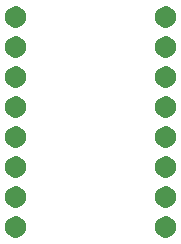
<source format=gbr>
%TF.GenerationSoftware,KiCad,Pcbnew,(5.1.6)-1*%
%TF.CreationDate,2020-10-27T18:31:36-05:00*%
%TF.ProjectId,ice30lp384_dev_board,69636533-306c-4703-9338-345f6465765f,rev?*%
%TF.SameCoordinates,Original*%
%TF.FileFunction,Soldermask,Bot*%
%TF.FilePolarity,Negative*%
%FSLAX46Y46*%
G04 Gerber Fmt 4.6, Leading zero omitted, Abs format (unit mm)*
G04 Created by KiCad (PCBNEW (5.1.6)-1) date 2020-10-27 18:31:36*
%MOMM*%
%LPD*%
G01*
G04 APERTURE LIST*
%ADD10C,0.100000*%
G04 APERTURE END LIST*
D10*
G36*
X112911754Y-65808817D02*
G01*
X113075689Y-65876721D01*
X113223227Y-65975303D01*
X113348697Y-66100773D01*
X113447279Y-66248311D01*
X113515183Y-66412246D01*
X113549800Y-66586279D01*
X113549800Y-66763721D01*
X113515183Y-66937754D01*
X113447279Y-67101689D01*
X113348697Y-67249227D01*
X113223227Y-67374697D01*
X113075689Y-67473279D01*
X112911754Y-67541183D01*
X112737721Y-67575800D01*
X112560279Y-67575800D01*
X112386246Y-67541183D01*
X112222311Y-67473279D01*
X112074773Y-67374697D01*
X111949303Y-67249227D01*
X111850721Y-67101689D01*
X111782817Y-66937754D01*
X111748200Y-66763721D01*
X111748200Y-66586279D01*
X111782817Y-66412246D01*
X111850721Y-66248311D01*
X111949303Y-66100773D01*
X112074773Y-65975303D01*
X112222311Y-65876721D01*
X112386246Y-65808817D01*
X112560279Y-65774200D01*
X112737721Y-65774200D01*
X112911754Y-65808817D01*
G37*
G36*
X125611754Y-65808817D02*
G01*
X125775689Y-65876721D01*
X125923227Y-65975303D01*
X126048697Y-66100773D01*
X126147279Y-66248311D01*
X126215183Y-66412246D01*
X126249800Y-66586279D01*
X126249800Y-66763721D01*
X126215183Y-66937754D01*
X126147279Y-67101689D01*
X126048697Y-67249227D01*
X125923227Y-67374697D01*
X125775689Y-67473279D01*
X125611754Y-67541183D01*
X125437721Y-67575800D01*
X125260279Y-67575800D01*
X125086246Y-67541183D01*
X124922311Y-67473279D01*
X124774773Y-67374697D01*
X124649303Y-67249227D01*
X124550721Y-67101689D01*
X124482817Y-66937754D01*
X124448200Y-66763721D01*
X124448200Y-66586279D01*
X124482817Y-66412246D01*
X124550721Y-66248311D01*
X124649303Y-66100773D01*
X124774773Y-65975303D01*
X124922311Y-65876721D01*
X125086246Y-65808817D01*
X125260279Y-65774200D01*
X125437721Y-65774200D01*
X125611754Y-65808817D01*
G37*
G36*
X112911754Y-63268817D02*
G01*
X113075689Y-63336721D01*
X113223227Y-63435303D01*
X113348697Y-63560773D01*
X113447279Y-63708311D01*
X113515183Y-63872246D01*
X113549800Y-64046279D01*
X113549800Y-64223721D01*
X113515183Y-64397754D01*
X113447279Y-64561689D01*
X113348697Y-64709227D01*
X113223227Y-64834697D01*
X113075689Y-64933279D01*
X112911754Y-65001183D01*
X112737721Y-65035800D01*
X112560279Y-65035800D01*
X112386246Y-65001183D01*
X112222311Y-64933279D01*
X112074773Y-64834697D01*
X111949303Y-64709227D01*
X111850721Y-64561689D01*
X111782817Y-64397754D01*
X111748200Y-64223721D01*
X111748200Y-64046279D01*
X111782817Y-63872246D01*
X111850721Y-63708311D01*
X111949303Y-63560773D01*
X112074773Y-63435303D01*
X112222311Y-63336721D01*
X112386246Y-63268817D01*
X112560279Y-63234200D01*
X112737721Y-63234200D01*
X112911754Y-63268817D01*
G37*
G36*
X125611754Y-63268817D02*
G01*
X125775689Y-63336721D01*
X125923227Y-63435303D01*
X126048697Y-63560773D01*
X126147279Y-63708311D01*
X126215183Y-63872246D01*
X126249800Y-64046279D01*
X126249800Y-64223721D01*
X126215183Y-64397754D01*
X126147279Y-64561689D01*
X126048697Y-64709227D01*
X125923227Y-64834697D01*
X125775689Y-64933279D01*
X125611754Y-65001183D01*
X125437721Y-65035800D01*
X125260279Y-65035800D01*
X125086246Y-65001183D01*
X124922311Y-64933279D01*
X124774773Y-64834697D01*
X124649303Y-64709227D01*
X124550721Y-64561689D01*
X124482817Y-64397754D01*
X124448200Y-64223721D01*
X124448200Y-64046279D01*
X124482817Y-63872246D01*
X124550721Y-63708311D01*
X124649303Y-63560773D01*
X124774773Y-63435303D01*
X124922311Y-63336721D01*
X125086246Y-63268817D01*
X125260279Y-63234200D01*
X125437721Y-63234200D01*
X125611754Y-63268817D01*
G37*
G36*
X125611754Y-60728817D02*
G01*
X125775689Y-60796721D01*
X125923227Y-60895303D01*
X126048697Y-61020773D01*
X126147279Y-61168311D01*
X126215183Y-61332246D01*
X126249800Y-61506279D01*
X126249800Y-61683721D01*
X126215183Y-61857754D01*
X126147279Y-62021689D01*
X126048697Y-62169227D01*
X125923227Y-62294697D01*
X125775689Y-62393279D01*
X125611754Y-62461183D01*
X125437721Y-62495800D01*
X125260279Y-62495800D01*
X125086246Y-62461183D01*
X124922311Y-62393279D01*
X124774773Y-62294697D01*
X124649303Y-62169227D01*
X124550721Y-62021689D01*
X124482817Y-61857754D01*
X124448200Y-61683721D01*
X124448200Y-61506279D01*
X124482817Y-61332246D01*
X124550721Y-61168311D01*
X124649303Y-61020773D01*
X124774773Y-60895303D01*
X124922311Y-60796721D01*
X125086246Y-60728817D01*
X125260279Y-60694200D01*
X125437721Y-60694200D01*
X125611754Y-60728817D01*
G37*
G36*
X112911754Y-60728817D02*
G01*
X113075689Y-60796721D01*
X113223227Y-60895303D01*
X113348697Y-61020773D01*
X113447279Y-61168311D01*
X113515183Y-61332246D01*
X113549800Y-61506279D01*
X113549800Y-61683721D01*
X113515183Y-61857754D01*
X113447279Y-62021689D01*
X113348697Y-62169227D01*
X113223227Y-62294697D01*
X113075689Y-62393279D01*
X112911754Y-62461183D01*
X112737721Y-62495800D01*
X112560279Y-62495800D01*
X112386246Y-62461183D01*
X112222311Y-62393279D01*
X112074773Y-62294697D01*
X111949303Y-62169227D01*
X111850721Y-62021689D01*
X111782817Y-61857754D01*
X111748200Y-61683721D01*
X111748200Y-61506279D01*
X111782817Y-61332246D01*
X111850721Y-61168311D01*
X111949303Y-61020773D01*
X112074773Y-60895303D01*
X112222311Y-60796721D01*
X112386246Y-60728817D01*
X112560279Y-60694200D01*
X112737721Y-60694200D01*
X112911754Y-60728817D01*
G37*
G36*
X125611754Y-58188817D02*
G01*
X125775689Y-58256721D01*
X125923227Y-58355303D01*
X126048697Y-58480773D01*
X126147279Y-58628311D01*
X126215183Y-58792246D01*
X126249800Y-58966279D01*
X126249800Y-59143721D01*
X126215183Y-59317754D01*
X126147279Y-59481689D01*
X126048697Y-59629227D01*
X125923227Y-59754697D01*
X125775689Y-59853279D01*
X125611754Y-59921183D01*
X125437721Y-59955800D01*
X125260279Y-59955800D01*
X125086246Y-59921183D01*
X124922311Y-59853279D01*
X124774773Y-59754697D01*
X124649303Y-59629227D01*
X124550721Y-59481689D01*
X124482817Y-59317754D01*
X124448200Y-59143721D01*
X124448200Y-58966279D01*
X124482817Y-58792246D01*
X124550721Y-58628311D01*
X124649303Y-58480773D01*
X124774773Y-58355303D01*
X124922311Y-58256721D01*
X125086246Y-58188817D01*
X125260279Y-58154200D01*
X125437721Y-58154200D01*
X125611754Y-58188817D01*
G37*
G36*
X112911754Y-58188817D02*
G01*
X113075689Y-58256721D01*
X113223227Y-58355303D01*
X113348697Y-58480773D01*
X113447279Y-58628311D01*
X113515183Y-58792246D01*
X113549800Y-58966279D01*
X113549800Y-59143721D01*
X113515183Y-59317754D01*
X113447279Y-59481689D01*
X113348697Y-59629227D01*
X113223227Y-59754697D01*
X113075689Y-59853279D01*
X112911754Y-59921183D01*
X112737721Y-59955800D01*
X112560279Y-59955800D01*
X112386246Y-59921183D01*
X112222311Y-59853279D01*
X112074773Y-59754697D01*
X111949303Y-59629227D01*
X111850721Y-59481689D01*
X111782817Y-59317754D01*
X111748200Y-59143721D01*
X111748200Y-58966279D01*
X111782817Y-58792246D01*
X111850721Y-58628311D01*
X111949303Y-58480773D01*
X112074773Y-58355303D01*
X112222311Y-58256721D01*
X112386246Y-58188817D01*
X112560279Y-58154200D01*
X112737721Y-58154200D01*
X112911754Y-58188817D01*
G37*
G36*
X112911754Y-55648817D02*
G01*
X113075689Y-55716721D01*
X113223227Y-55815303D01*
X113348697Y-55940773D01*
X113447279Y-56088311D01*
X113515183Y-56252246D01*
X113549800Y-56426279D01*
X113549800Y-56603721D01*
X113515183Y-56777754D01*
X113447279Y-56941689D01*
X113348697Y-57089227D01*
X113223227Y-57214697D01*
X113075689Y-57313279D01*
X112911754Y-57381183D01*
X112737721Y-57415800D01*
X112560279Y-57415800D01*
X112386246Y-57381183D01*
X112222311Y-57313279D01*
X112074773Y-57214697D01*
X111949303Y-57089227D01*
X111850721Y-56941689D01*
X111782817Y-56777754D01*
X111748200Y-56603721D01*
X111748200Y-56426279D01*
X111782817Y-56252246D01*
X111850721Y-56088311D01*
X111949303Y-55940773D01*
X112074773Y-55815303D01*
X112222311Y-55716721D01*
X112386246Y-55648817D01*
X112560279Y-55614200D01*
X112737721Y-55614200D01*
X112911754Y-55648817D01*
G37*
G36*
X125611754Y-55648817D02*
G01*
X125775689Y-55716721D01*
X125923227Y-55815303D01*
X126048697Y-55940773D01*
X126147279Y-56088311D01*
X126215183Y-56252246D01*
X126249800Y-56426279D01*
X126249800Y-56603721D01*
X126215183Y-56777754D01*
X126147279Y-56941689D01*
X126048697Y-57089227D01*
X125923227Y-57214697D01*
X125775689Y-57313279D01*
X125611754Y-57381183D01*
X125437721Y-57415800D01*
X125260279Y-57415800D01*
X125086246Y-57381183D01*
X124922311Y-57313279D01*
X124774773Y-57214697D01*
X124649303Y-57089227D01*
X124550721Y-56941689D01*
X124482817Y-56777754D01*
X124448200Y-56603721D01*
X124448200Y-56426279D01*
X124482817Y-56252246D01*
X124550721Y-56088311D01*
X124649303Y-55940773D01*
X124774773Y-55815303D01*
X124922311Y-55716721D01*
X125086246Y-55648817D01*
X125260279Y-55614200D01*
X125437721Y-55614200D01*
X125611754Y-55648817D01*
G37*
G36*
X125611754Y-53108817D02*
G01*
X125775689Y-53176721D01*
X125923227Y-53275303D01*
X126048697Y-53400773D01*
X126147279Y-53548311D01*
X126215183Y-53712246D01*
X126249800Y-53886279D01*
X126249800Y-54063721D01*
X126215183Y-54237754D01*
X126147279Y-54401689D01*
X126048697Y-54549227D01*
X125923227Y-54674697D01*
X125775689Y-54773279D01*
X125611754Y-54841183D01*
X125437721Y-54875800D01*
X125260279Y-54875800D01*
X125086246Y-54841183D01*
X124922311Y-54773279D01*
X124774773Y-54674697D01*
X124649303Y-54549227D01*
X124550721Y-54401689D01*
X124482817Y-54237754D01*
X124448200Y-54063721D01*
X124448200Y-53886279D01*
X124482817Y-53712246D01*
X124550721Y-53548311D01*
X124649303Y-53400773D01*
X124774773Y-53275303D01*
X124922311Y-53176721D01*
X125086246Y-53108817D01*
X125260279Y-53074200D01*
X125437721Y-53074200D01*
X125611754Y-53108817D01*
G37*
G36*
X112911754Y-53108817D02*
G01*
X113075689Y-53176721D01*
X113223227Y-53275303D01*
X113348697Y-53400773D01*
X113447279Y-53548311D01*
X113515183Y-53712246D01*
X113549800Y-53886279D01*
X113549800Y-54063721D01*
X113515183Y-54237754D01*
X113447279Y-54401689D01*
X113348697Y-54549227D01*
X113223227Y-54674697D01*
X113075689Y-54773279D01*
X112911754Y-54841183D01*
X112737721Y-54875800D01*
X112560279Y-54875800D01*
X112386246Y-54841183D01*
X112222311Y-54773279D01*
X112074773Y-54674697D01*
X111949303Y-54549227D01*
X111850721Y-54401689D01*
X111782817Y-54237754D01*
X111748200Y-54063721D01*
X111748200Y-53886279D01*
X111782817Y-53712246D01*
X111850721Y-53548311D01*
X111949303Y-53400773D01*
X112074773Y-53275303D01*
X112222311Y-53176721D01*
X112386246Y-53108817D01*
X112560279Y-53074200D01*
X112737721Y-53074200D01*
X112911754Y-53108817D01*
G37*
G36*
X112911754Y-50568817D02*
G01*
X113075689Y-50636721D01*
X113223227Y-50735303D01*
X113348697Y-50860773D01*
X113447279Y-51008311D01*
X113515183Y-51172246D01*
X113549800Y-51346279D01*
X113549800Y-51523721D01*
X113515183Y-51697754D01*
X113447279Y-51861689D01*
X113348697Y-52009227D01*
X113223227Y-52134697D01*
X113075689Y-52233279D01*
X112911754Y-52301183D01*
X112737721Y-52335800D01*
X112560279Y-52335800D01*
X112386246Y-52301183D01*
X112222311Y-52233279D01*
X112074773Y-52134697D01*
X111949303Y-52009227D01*
X111850721Y-51861689D01*
X111782817Y-51697754D01*
X111748200Y-51523721D01*
X111748200Y-51346279D01*
X111782817Y-51172246D01*
X111850721Y-51008311D01*
X111949303Y-50860773D01*
X112074773Y-50735303D01*
X112222311Y-50636721D01*
X112386246Y-50568817D01*
X112560279Y-50534200D01*
X112737721Y-50534200D01*
X112911754Y-50568817D01*
G37*
G36*
X125611754Y-50568817D02*
G01*
X125775689Y-50636721D01*
X125923227Y-50735303D01*
X126048697Y-50860773D01*
X126147279Y-51008311D01*
X126215183Y-51172246D01*
X126249800Y-51346279D01*
X126249800Y-51523721D01*
X126215183Y-51697754D01*
X126147279Y-51861689D01*
X126048697Y-52009227D01*
X125923227Y-52134697D01*
X125775689Y-52233279D01*
X125611754Y-52301183D01*
X125437721Y-52335800D01*
X125260279Y-52335800D01*
X125086246Y-52301183D01*
X124922311Y-52233279D01*
X124774773Y-52134697D01*
X124649303Y-52009227D01*
X124550721Y-51861689D01*
X124482817Y-51697754D01*
X124448200Y-51523721D01*
X124448200Y-51346279D01*
X124482817Y-51172246D01*
X124550721Y-51008311D01*
X124649303Y-50860773D01*
X124774773Y-50735303D01*
X124922311Y-50636721D01*
X125086246Y-50568817D01*
X125260279Y-50534200D01*
X125437721Y-50534200D01*
X125611754Y-50568817D01*
G37*
G36*
X112911754Y-48028817D02*
G01*
X113075689Y-48096721D01*
X113223227Y-48195303D01*
X113348697Y-48320773D01*
X113447279Y-48468311D01*
X113515183Y-48632246D01*
X113549800Y-48806279D01*
X113549800Y-48983721D01*
X113515183Y-49157754D01*
X113447279Y-49321689D01*
X113348697Y-49469227D01*
X113223227Y-49594697D01*
X113075689Y-49693279D01*
X112911754Y-49761183D01*
X112737721Y-49795800D01*
X112560279Y-49795800D01*
X112386246Y-49761183D01*
X112222311Y-49693279D01*
X112074773Y-49594697D01*
X111949303Y-49469227D01*
X111850721Y-49321689D01*
X111782817Y-49157754D01*
X111748200Y-48983721D01*
X111748200Y-48806279D01*
X111782817Y-48632246D01*
X111850721Y-48468311D01*
X111949303Y-48320773D01*
X112074773Y-48195303D01*
X112222311Y-48096721D01*
X112386246Y-48028817D01*
X112560279Y-47994200D01*
X112737721Y-47994200D01*
X112911754Y-48028817D01*
G37*
G36*
X125611754Y-48028817D02*
G01*
X125775689Y-48096721D01*
X125923227Y-48195303D01*
X126048697Y-48320773D01*
X126147279Y-48468311D01*
X126215183Y-48632246D01*
X126249800Y-48806279D01*
X126249800Y-48983721D01*
X126215183Y-49157754D01*
X126147279Y-49321689D01*
X126048697Y-49469227D01*
X125923227Y-49594697D01*
X125775689Y-49693279D01*
X125611754Y-49761183D01*
X125437721Y-49795800D01*
X125260279Y-49795800D01*
X125086246Y-49761183D01*
X124922311Y-49693279D01*
X124774773Y-49594697D01*
X124649303Y-49469227D01*
X124550721Y-49321689D01*
X124482817Y-49157754D01*
X124448200Y-48983721D01*
X124448200Y-48806279D01*
X124482817Y-48632246D01*
X124550721Y-48468311D01*
X124649303Y-48320773D01*
X124774773Y-48195303D01*
X124922311Y-48096721D01*
X125086246Y-48028817D01*
X125260279Y-47994200D01*
X125437721Y-47994200D01*
X125611754Y-48028817D01*
G37*
M02*

</source>
